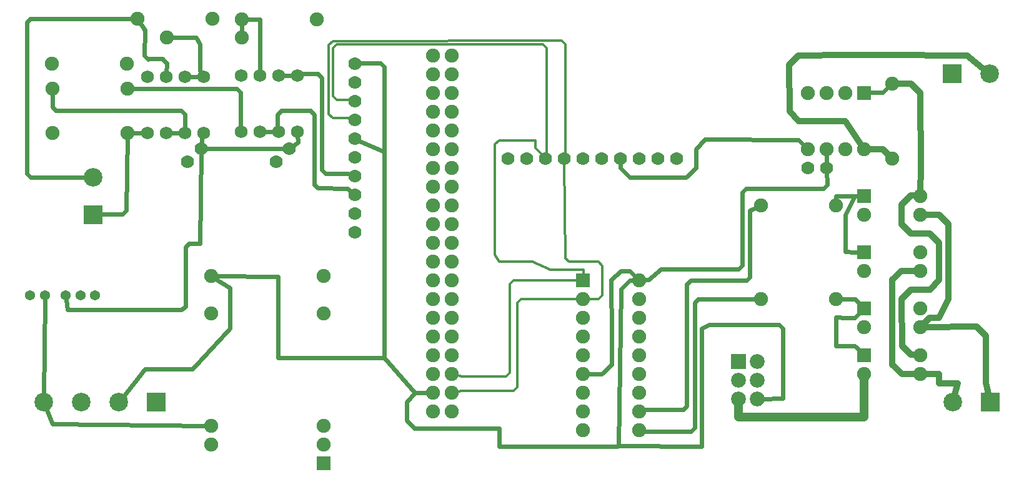
<source format=gtl>
G04 MADE WITH FRITZING*
G04 WWW.FRITZING.ORG*
G04 DOUBLE SIDED*
G04 HOLES PLATED*
G04 CONTOUR ON CENTER OF CONTOUR VECTOR*
%ASAXBY*%
%FSLAX23Y23*%
%MOIN*%
%OFA0B0*%
%SFA1.0B1.0*%
%ADD10C,0.079370*%
%ADD11C,0.075000*%
%ADD12C,0.053843*%
%ADD13C,0.068000*%
%ADD14C,0.070000*%
%ADD15C,0.075361*%
%ADD16C,0.099055*%
%ADD17R,0.079370X0.079370*%
%ADD18R,0.075000X0.075000*%
%ADD19R,0.099055X0.099055*%
%ADD20C,0.048000*%
%ADD21C,0.024000*%
%ADD22C,0.012000*%
%ADD23C,0.032000*%
%ADD24R,0.001000X0.001000*%
%LNCOPPER1*%
G90*
G70*
G54D10*
X3976Y641D03*
X3976Y541D03*
X3976Y441D03*
X3876Y641D03*
X3876Y541D03*
X3876Y441D03*
G54D11*
X1661Y95D03*
X1661Y195D03*
X1061Y195D03*
X1661Y295D03*
X1061Y295D03*
X1661Y895D03*
X1061Y895D03*
X1661Y1095D03*
X1061Y1095D03*
G54D12*
X96Y994D03*
X175Y994D03*
X285Y994D03*
X364Y994D03*
X443Y994D03*
G54D11*
X1624Y2465D03*
X1224Y2465D03*
X1224Y2371D03*
X824Y2371D03*
X213Y2229D03*
X613Y2229D03*
X614Y2096D03*
X214Y2096D03*
G54D13*
X1522Y2165D03*
X1422Y2165D03*
X1322Y2165D03*
X1222Y2165D03*
X1222Y1865D03*
X1322Y1865D03*
X1422Y1865D03*
X1522Y1865D03*
X1522Y2165D03*
X1422Y2165D03*
X1322Y2165D03*
X1222Y2165D03*
X1222Y1865D03*
X1322Y1865D03*
X1422Y1865D03*
X1522Y1865D03*
X1021Y2160D03*
X921Y2160D03*
X821Y2160D03*
X721Y2160D03*
X721Y1860D03*
X821Y1860D03*
X921Y1860D03*
X1021Y1860D03*
X1021Y2160D03*
X921Y2160D03*
X821Y2160D03*
X721Y2160D03*
X721Y1860D03*
X821Y1860D03*
X921Y1860D03*
X1021Y1860D03*
G54D11*
X1067Y2470D03*
X667Y2470D03*
X614Y1860D03*
X214Y1860D03*
G54D14*
X1409Y1705D03*
X1479Y1776D03*
X936Y1705D03*
X1007Y1776D03*
X1828Y1328D03*
X1828Y1428D03*
X1828Y1528D03*
X1828Y1628D03*
X1828Y1728D03*
X1828Y1828D03*
X1828Y1928D03*
X1828Y2028D03*
X1828Y2128D03*
X1828Y2228D03*
X3546Y1724D03*
X3446Y1724D03*
X3346Y1724D03*
X3246Y1724D03*
X3146Y1724D03*
X3046Y1724D03*
X2946Y1724D03*
X2846Y1724D03*
X2746Y1724D03*
X2646Y1724D03*
G54D11*
X4546Y2074D03*
X4546Y1774D03*
X4446Y2074D03*
X4446Y1774D03*
X4346Y2074D03*
X4346Y1774D03*
X4246Y2074D03*
X4246Y1774D03*
G54D14*
X4246Y1674D03*
X4346Y1674D03*
G54D15*
X2346Y374D03*
X2346Y474D03*
X2346Y574D03*
X2346Y674D03*
X2346Y774D03*
X2346Y874D03*
X2346Y974D03*
X2346Y1074D03*
X2346Y1174D03*
X2346Y1274D03*
X2346Y1374D03*
X2346Y1474D03*
X2346Y1574D03*
X2346Y1674D03*
X2346Y1774D03*
X2346Y1874D03*
X2346Y1974D03*
X2346Y2074D03*
X2346Y2174D03*
X2346Y2274D03*
X2246Y2274D03*
X2246Y2174D03*
X2246Y2074D03*
X2246Y1974D03*
X2246Y1874D03*
X2246Y1774D03*
X2246Y1674D03*
X2246Y1574D03*
X2246Y1474D03*
X2246Y1374D03*
X2246Y1274D03*
X2246Y1174D03*
X2246Y1074D03*
X2246Y974D03*
X2246Y874D03*
X2246Y774D03*
X2246Y674D03*
X2246Y574D03*
X2246Y474D03*
X2246Y374D03*
G54D16*
X5218Y423D03*
X5018Y423D03*
X769Y423D03*
X569Y423D03*
X369Y423D03*
X169Y423D03*
X431Y1424D03*
X431Y1624D03*
X5014Y2175D03*
X5214Y2175D03*
G54D11*
X4696Y2124D03*
X4696Y1724D03*
X4546Y674D03*
X4846Y674D03*
X4546Y574D03*
X4846Y574D03*
X4546Y1224D03*
X4846Y1224D03*
X4546Y1124D03*
X4846Y1124D03*
X4546Y1524D03*
X4846Y1524D03*
X4546Y1424D03*
X4846Y1424D03*
X4546Y924D03*
X4846Y924D03*
X4546Y824D03*
X4846Y824D03*
X3996Y974D03*
X4396Y974D03*
X3996Y1474D03*
X4396Y1474D03*
X3046Y1074D03*
X3046Y974D03*
X3046Y874D03*
X3046Y774D03*
X3046Y674D03*
X3046Y574D03*
X3046Y474D03*
X3046Y374D03*
X3046Y274D03*
X3346Y274D03*
X3346Y374D03*
X3346Y474D03*
X3346Y574D03*
X3346Y674D03*
X3346Y774D03*
X3346Y874D03*
X3346Y974D03*
X3346Y1074D03*
G54D17*
X3876Y641D03*
G54D18*
X1661Y95D03*
X4546Y2074D03*
G54D19*
X5218Y423D03*
X769Y423D03*
X431Y1424D03*
X5014Y2175D03*
G54D18*
X4546Y674D03*
X4546Y1224D03*
X4546Y1524D03*
X4546Y924D03*
X3046Y1074D03*
G54D20*
X3876Y344D02*
X3876Y421D01*
D02*
X4545Y344D02*
X3876Y344D01*
D02*
X4546Y557D02*
X4545Y344D01*
G54D21*
D02*
X4112Y816D02*
X4112Y442D01*
D02*
X4112Y442D02*
X3995Y441D01*
D02*
X4093Y837D02*
X4112Y816D01*
D02*
X3719Y837D02*
X4093Y837D01*
D02*
X3678Y816D02*
X3719Y837D01*
D02*
X3678Y187D02*
X3678Y816D01*
D02*
X3236Y189D02*
X3678Y187D01*
D02*
X169Y452D02*
X175Y971D01*
D02*
X1986Y1761D02*
X1846Y1820D01*
G54D22*
D02*
X2852Y1761D02*
X2852Y2313D01*
D02*
X2950Y1761D02*
X2950Y2333D01*
G54D21*
D02*
X1632Y1565D02*
X1611Y1584D01*
D02*
X1593Y1979D02*
X1435Y1979D01*
D02*
X1435Y1979D02*
X1415Y1957D01*
D02*
X1415Y1899D02*
X1419Y1880D01*
D02*
X1553Y2175D02*
X1538Y2170D01*
D02*
X1632Y2175D02*
X1553Y2175D01*
G54D22*
D02*
X1712Y1940D02*
X1789Y1939D01*
D02*
X1730Y2037D02*
X1790Y2036D01*
D02*
X1712Y2350D02*
X1689Y2331D01*
G54D21*
D02*
X1986Y1761D02*
X1985Y2214D01*
D02*
X1986Y660D02*
X1986Y1761D01*
G54D22*
D02*
X2852Y2313D02*
X2833Y2333D01*
D02*
X2950Y2333D02*
X2930Y2353D01*
G54D21*
D02*
X668Y1860D02*
X705Y1860D01*
D02*
X1464Y1776D02*
X1022Y1776D01*
G54D22*
D02*
X1730Y2332D02*
X1710Y2312D01*
G54D21*
D02*
X632Y1860D02*
X668Y1860D01*
D02*
X1611Y1584D02*
X1612Y1957D01*
D02*
X1612Y1957D02*
X1593Y1979D01*
D02*
X1789Y1643D02*
X1671Y1644D01*
D02*
X1671Y1644D02*
X1652Y1663D01*
D02*
X1789Y1564D02*
X1632Y1565D01*
D02*
X1415Y1957D02*
X1415Y1899D01*
D02*
X1814Y1541D02*
X1789Y1564D01*
D02*
X1652Y1663D02*
X1652Y2154D01*
D02*
X1652Y2154D02*
X1632Y2175D01*
D02*
X1810Y1635D02*
X1789Y1643D01*
D02*
X1849Y2233D02*
X1847Y2233D01*
D02*
X1966Y2233D02*
X1849Y2233D01*
G54D22*
D02*
X1790Y2036D02*
X1809Y2032D01*
D02*
X1789Y1939D02*
X1809Y1934D01*
D02*
X2930Y2353D02*
X1712Y2350D01*
D02*
X1689Y2331D02*
X1689Y1959D01*
D02*
X1689Y1959D02*
X1712Y1940D01*
D02*
X2948Y1744D02*
X2950Y1761D01*
G54D21*
D02*
X1985Y2214D02*
X1966Y2233D01*
D02*
X2147Y473D02*
X1986Y660D01*
G54D22*
D02*
X2833Y2333D02*
X1730Y2332D01*
D02*
X1710Y2312D02*
X1710Y2057D01*
D02*
X1710Y2057D02*
X1730Y2037D01*
D02*
X2849Y1744D02*
X2852Y1761D01*
G54D21*
D02*
X943Y1270D02*
X924Y1250D01*
D02*
X924Y934D02*
X903Y915D01*
D02*
X608Y1446D02*
X588Y1427D01*
D02*
X470Y1427D02*
X460Y1426D01*
D02*
X77Y2451D02*
X77Y1644D01*
D02*
X214Y307D02*
X1043Y295D01*
D02*
X179Y395D02*
X214Y307D01*
D02*
X707Y600D02*
X960Y600D01*
D02*
X960Y600D02*
X1161Y816D01*
D02*
X1161Y1033D02*
X1076Y1086D01*
D02*
X1161Y816D02*
X1161Y1033D01*
D02*
X587Y446D02*
X707Y600D01*
D02*
X924Y1250D02*
X924Y934D01*
D02*
X294Y915D02*
X288Y971D01*
D02*
X1001Y1270D02*
X943Y1270D01*
D02*
X588Y1427D02*
X470Y1427D01*
D02*
X614Y1842D02*
X608Y1446D01*
D02*
X97Y1624D02*
X401Y1624D01*
D02*
X1007Y1761D02*
X1001Y1270D01*
D02*
X77Y1644D02*
X97Y1624D01*
D02*
X96Y2470D02*
X77Y2451D01*
D02*
X650Y2470D02*
X96Y2470D01*
D02*
X765Y915D02*
X294Y915D01*
D02*
X903Y915D02*
X765Y915D01*
D02*
X4348Y1584D02*
X4346Y1659D01*
D02*
X4329Y1564D02*
X4348Y1584D01*
D02*
X3915Y1564D02*
X4329Y1564D01*
D02*
X3895Y1152D02*
X3895Y1544D01*
D02*
X3895Y1544D02*
X3915Y1564D01*
D02*
X3876Y1132D02*
X3895Y1152D01*
D02*
X3463Y1132D02*
X3876Y1132D01*
D02*
X3363Y1074D02*
X3395Y1075D01*
D02*
X3395Y1075D02*
X3463Y1132D01*
D02*
X4446Y1226D02*
X4496Y1224D01*
D02*
X4496Y1224D02*
X4528Y1224D01*
D02*
X4445Y1374D02*
X4446Y1226D01*
D02*
X4396Y1492D02*
X4396Y1523D01*
D02*
X4396Y1523D02*
X4528Y1524D01*
D02*
X4496Y874D02*
X4534Y912D01*
D02*
X4496Y724D02*
X4396Y724D01*
D02*
X4445Y1424D02*
X4445Y1374D01*
D02*
X4496Y1524D02*
X4445Y1424D01*
D02*
X3295Y1074D02*
X3328Y1074D01*
D02*
X3620Y1072D02*
X3599Y1053D01*
D02*
X3659Y974D02*
X3640Y954D01*
D02*
X3384Y265D02*
X3363Y270D01*
D02*
X3620Y265D02*
X3384Y265D01*
D02*
X3384Y383D02*
X3363Y378D01*
D02*
X3581Y383D02*
X3384Y383D01*
D02*
X3599Y403D02*
X3581Y383D01*
D02*
X3640Y285D02*
X3620Y265D01*
D02*
X3247Y1026D02*
X3295Y1074D01*
D02*
X3236Y189D02*
X3247Y1026D01*
D02*
X3978Y974D02*
X3659Y974D01*
D02*
X3640Y954D02*
X3640Y285D01*
D02*
X3936Y1446D02*
X3936Y1091D01*
D02*
X3936Y1091D02*
X3917Y1072D01*
D02*
X3917Y1072D02*
X3620Y1072D01*
D02*
X3980Y1467D02*
X3936Y1445D01*
D02*
X3599Y1053D02*
X3599Y403D01*
D02*
X4396Y724D02*
X4396Y876D01*
D02*
X4534Y687D02*
X4496Y724D01*
D02*
X4447Y874D02*
X4496Y874D01*
D02*
X4396Y876D02*
X4447Y874D01*
D02*
X4528Y1524D02*
X4496Y1524D01*
G54D23*
D02*
X4946Y874D02*
X4896Y874D01*
D02*
X4946Y1424D02*
X4996Y1374D01*
G54D22*
D02*
X2655Y580D02*
X2655Y1052D01*
D02*
X2675Y482D02*
X2695Y502D01*
D02*
X2715Y974D02*
X3028Y974D01*
D02*
X2675Y1072D02*
X3028Y1074D01*
G54D21*
D02*
X3227Y186D02*
X3236Y189D01*
G54D22*
D02*
X2655Y1052D02*
X2675Y1072D01*
D02*
X2695Y502D02*
X2695Y954D01*
G54D23*
D02*
X5046Y524D02*
X5026Y451D01*
D02*
X4996Y1374D02*
X4996Y974D01*
D02*
X4896Y874D02*
X4858Y837D01*
D02*
X4996Y974D02*
X4946Y874D01*
D02*
X4863Y1424D02*
X4946Y1424D01*
D02*
X4945Y524D02*
X5046Y524D01*
D02*
X4945Y574D02*
X4945Y524D01*
D02*
X4863Y574D02*
X4945Y574D01*
G54D22*
D02*
X2399Y560D02*
X2636Y560D01*
D02*
X2365Y569D02*
X2399Y560D01*
D02*
X2636Y560D02*
X2655Y580D01*
D02*
X2399Y482D02*
X2675Y482D01*
D02*
X2366Y477D02*
X2399Y482D01*
D02*
X2695Y954D02*
X2715Y974D01*
G54D21*
D02*
X2597Y186D02*
X3227Y186D01*
D02*
X2597Y284D02*
X2597Y186D01*
D02*
X2144Y284D02*
X2597Y284D01*
D02*
X2104Y325D02*
X2144Y284D01*
D02*
X1219Y1899D02*
X1221Y1881D01*
D02*
X1219Y2076D02*
X1219Y1899D01*
D02*
X1198Y2097D02*
X1219Y2076D01*
D02*
X2226Y474D02*
X2147Y473D01*
D02*
X2104Y424D02*
X2104Y325D01*
D02*
X2147Y473D02*
X2104Y424D01*
D02*
X632Y2096D02*
X1198Y2097D01*
D02*
X1406Y1865D02*
X1338Y1865D01*
D02*
X1506Y2165D02*
X1438Y2165D01*
D02*
X1321Y2465D02*
X1241Y2465D01*
D02*
X1321Y2249D02*
X1321Y2465D01*
D02*
X1322Y2181D02*
X1321Y2249D01*
D02*
X1224Y2447D02*
X1224Y2389D01*
D02*
X1001Y2194D02*
X1013Y2173D01*
D02*
X1001Y2333D02*
X1001Y2194D01*
D02*
X982Y2371D02*
X1001Y2333D01*
D02*
X842Y2371D02*
X982Y2371D01*
G54D23*
D02*
X4795Y1024D02*
X4897Y1024D01*
G54D21*
D02*
X233Y1978D02*
X903Y1978D01*
G54D23*
D02*
X4795Y675D02*
X4747Y723D01*
G54D21*
D02*
X903Y1978D02*
X923Y1958D01*
G54D23*
D02*
X4747Y574D02*
X4828Y574D01*
G54D21*
D02*
X923Y1899D02*
X922Y1876D01*
D02*
X923Y1958D02*
X923Y1899D01*
G54D23*
D02*
X4746Y1124D02*
X4696Y1075D01*
D02*
X4946Y1075D02*
X4946Y1274D01*
G54D21*
D02*
X215Y1998D02*
X233Y1978D01*
D02*
X214Y2078D02*
X215Y1998D01*
G54D23*
D02*
X4796Y1324D02*
X4746Y1374D01*
D02*
X4796Y1525D02*
X4828Y1525D01*
D02*
X4747Y723D02*
X4746Y974D01*
D02*
X4746Y974D02*
X4795Y1024D01*
D02*
X4897Y1024D02*
X4946Y1075D01*
D02*
X4896Y1324D02*
X4796Y1324D01*
D02*
X4946Y1274D02*
X4896Y1324D01*
D02*
X4746Y1374D02*
X4746Y1475D01*
D02*
X4828Y674D02*
X4795Y675D01*
G54D21*
D02*
X706Y2273D02*
X725Y2254D01*
D02*
X707Y2411D02*
X706Y2273D01*
G54D23*
D02*
X4746Y1475D02*
X4796Y1525D01*
D02*
X4695Y623D02*
X4747Y574D01*
D02*
X4828Y1124D02*
X4746Y1124D01*
D02*
X4696Y1075D02*
X4695Y623D01*
G54D21*
D02*
X3197Y624D02*
X3146Y574D01*
D02*
X3247Y1123D02*
X3195Y1075D01*
D02*
X3295Y1123D02*
X3247Y1123D01*
D02*
X3346Y1074D02*
X3295Y1123D01*
D02*
X3197Y775D02*
X3197Y673D01*
G54D22*
D02*
X2872Y1131D02*
X2774Y1172D01*
D02*
X2793Y1781D02*
X2832Y1739D01*
D02*
X2597Y1821D02*
X2793Y1821D01*
D02*
X2597Y1172D02*
X2576Y1209D01*
D02*
X2576Y1209D02*
X2576Y1800D01*
D02*
X2793Y1821D02*
X2793Y1781D01*
D02*
X2576Y1800D02*
X2597Y1821D01*
D02*
X2774Y1172D02*
X2597Y1172D01*
D02*
X3049Y1131D02*
X2872Y1131D01*
D02*
X3047Y1092D02*
X3049Y1131D01*
G54D21*
D02*
X905Y1860D02*
X837Y1860D01*
D02*
X937Y2160D02*
X1005Y2160D01*
D02*
X3195Y1075D02*
X3197Y775D01*
D02*
X3146Y574D02*
X3063Y574D01*
D02*
X3197Y673D02*
X3197Y624D01*
D02*
X825Y2234D02*
X822Y2176D01*
D02*
X803Y2254D02*
X825Y2234D01*
D02*
X1524Y1810D02*
X1523Y1849D01*
G54D22*
D02*
X3147Y1150D02*
X3128Y1172D01*
G54D21*
D02*
X1013Y1830D02*
X1009Y1791D01*
G54D22*
D02*
X2951Y1191D02*
X2946Y1705D01*
G54D21*
D02*
X1017Y1844D02*
X1013Y1830D01*
G54D22*
D02*
X2970Y1172D02*
X2951Y1191D01*
G54D21*
D02*
X1491Y1785D02*
X1524Y1810D01*
G54D22*
D02*
X3128Y1172D02*
X2970Y1172D01*
D02*
X3148Y993D02*
X3147Y1150D01*
D02*
X3128Y973D02*
X3148Y993D01*
D02*
X3063Y974D02*
X3128Y973D01*
G54D21*
D02*
X4645Y2076D02*
X4563Y2075D01*
D02*
X4346Y1757D02*
X4346Y1689D01*
D02*
X3296Y1623D02*
X3246Y1673D01*
D02*
X3246Y1673D02*
X3246Y1705D01*
D02*
X3595Y1623D02*
X3296Y1623D01*
D02*
X3647Y1674D02*
X3595Y1623D01*
D02*
X3647Y1773D02*
X3647Y1674D01*
D02*
X3694Y1825D02*
X3647Y1773D01*
D02*
X4194Y1824D02*
X3694Y1825D01*
D02*
X4233Y1786D02*
X4194Y1824D01*
D02*
X4683Y2112D02*
X4645Y2076D01*
G54D23*
D02*
X4796Y2124D02*
X4713Y2124D01*
D02*
X4846Y2074D02*
X4796Y2124D01*
D02*
X4846Y1542D02*
X4847Y1675D01*
D02*
X4847Y1675D02*
X4846Y2074D01*
G54D21*
D02*
X4645Y1774D02*
X4563Y1774D01*
D02*
X4683Y1737D02*
X4645Y1774D01*
G54D23*
D02*
X4646Y1774D02*
X4683Y1737D01*
D02*
X4196Y1924D02*
X4446Y1924D01*
D02*
X4446Y1924D02*
X4546Y1774D01*
D02*
X4546Y1774D02*
X4646Y1774D01*
D02*
X4147Y1975D02*
X4196Y1924D01*
D02*
X4146Y2224D02*
X4147Y1975D01*
D02*
X4645Y2275D02*
X4446Y2275D01*
D02*
X4195Y2273D02*
X4146Y2224D01*
D02*
X4446Y2275D02*
X4195Y2273D01*
D02*
X5096Y2274D02*
X4645Y2275D01*
D02*
X5192Y2194D02*
X5096Y2274D01*
G54D21*
D02*
X4497Y973D02*
X4413Y974D01*
D02*
X4533Y937D02*
X4497Y973D01*
G54D23*
D02*
X5146Y825D02*
X4863Y824D01*
D02*
X5196Y775D02*
X5146Y825D01*
D02*
X5195Y526D02*
X5196Y775D01*
D02*
X5211Y452D02*
X5195Y526D01*
G54D21*
D02*
X1986Y660D02*
X1417Y660D01*
D02*
X1417Y1093D02*
X1078Y1095D01*
D02*
X1417Y660D02*
X1417Y1093D01*
G54D24*
X664Y2481D02*
X671Y2481D01*
X662Y2480D02*
X673Y2480D01*
X660Y2479D02*
X675Y2479D01*
X659Y2478D02*
X676Y2478D01*
X659Y2477D02*
X677Y2477D01*
X658Y2476D02*
X677Y2476D01*
X657Y2475D02*
X678Y2475D01*
X657Y2474D02*
X679Y2474D01*
X657Y2473D02*
X679Y2473D01*
X656Y2472D02*
X680Y2472D01*
X656Y2471D02*
X681Y2471D01*
X656Y2470D02*
X681Y2470D01*
X656Y2469D02*
X682Y2469D01*
X656Y2468D02*
X683Y2468D01*
X656Y2467D02*
X683Y2467D01*
X657Y2466D02*
X684Y2466D01*
X657Y2465D02*
X685Y2465D01*
X658Y2464D02*
X685Y2464D01*
X658Y2463D02*
X686Y2463D01*
X659Y2462D02*
X687Y2462D01*
X660Y2461D02*
X688Y2461D01*
X660Y2460D02*
X688Y2460D01*
X661Y2459D02*
X689Y2459D01*
X662Y2458D02*
X690Y2458D01*
X662Y2457D02*
X690Y2457D01*
X663Y2456D02*
X691Y2456D01*
X664Y2455D02*
X692Y2455D01*
X664Y2454D02*
X692Y2454D01*
X665Y2453D02*
X693Y2453D01*
X666Y2452D02*
X694Y2452D01*
X666Y2451D02*
X694Y2451D01*
X667Y2450D02*
X695Y2450D01*
X668Y2449D02*
X696Y2449D01*
X668Y2448D02*
X696Y2448D01*
X669Y2447D02*
X697Y2447D01*
X670Y2446D02*
X698Y2446D01*
X670Y2445D02*
X698Y2445D01*
X671Y2444D02*
X699Y2444D01*
X672Y2443D02*
X700Y2443D01*
X672Y2442D02*
X700Y2442D01*
X673Y2441D02*
X701Y2441D01*
X674Y2440D02*
X702Y2440D01*
X674Y2439D02*
X702Y2439D01*
X675Y2438D02*
X703Y2438D01*
X676Y2437D02*
X704Y2437D01*
X676Y2436D02*
X704Y2436D01*
X677Y2435D02*
X705Y2435D01*
X678Y2434D02*
X706Y2434D01*
X678Y2433D02*
X706Y2433D01*
X679Y2432D02*
X707Y2432D01*
X680Y2431D02*
X708Y2431D01*
X680Y2430D02*
X708Y2430D01*
X681Y2429D02*
X709Y2429D01*
X682Y2428D02*
X710Y2428D01*
X682Y2427D02*
X710Y2427D01*
X683Y2426D02*
X711Y2426D01*
X684Y2425D02*
X712Y2425D01*
X685Y2424D02*
X712Y2424D01*
X685Y2423D02*
X713Y2423D01*
X686Y2422D02*
X714Y2422D01*
X687Y2421D02*
X714Y2421D01*
X687Y2420D02*
X715Y2420D01*
X688Y2419D02*
X716Y2419D01*
X689Y2418D02*
X717Y2418D01*
X689Y2417D02*
X717Y2417D01*
X690Y2416D02*
X718Y2416D01*
X691Y2415D02*
X718Y2415D01*
X691Y2414D02*
X718Y2414D01*
X692Y2413D02*
X719Y2413D01*
X693Y2412D02*
X719Y2412D01*
X693Y2411D02*
X719Y2411D01*
X694Y2410D02*
X719Y2410D01*
X695Y2409D02*
X718Y2409D01*
X695Y2408D02*
X718Y2408D01*
X696Y2407D02*
X718Y2407D01*
X697Y2406D02*
X718Y2406D01*
X697Y2405D02*
X717Y2405D01*
X698Y2404D02*
X716Y2404D01*
X699Y2403D02*
X716Y2403D01*
X700Y2402D02*
X714Y2402D01*
X701Y2401D02*
X713Y2401D01*
X703Y2400D02*
X711Y2400D01*
X722Y2265D02*
X808Y2265D01*
X720Y2264D02*
X810Y2264D01*
X719Y2263D02*
X811Y2263D01*
X718Y2262D02*
X812Y2262D01*
X717Y2261D02*
X813Y2261D01*
X716Y2260D02*
X814Y2260D01*
X716Y2259D02*
X814Y2259D01*
X715Y2258D02*
X815Y2258D01*
X715Y2257D02*
X815Y2257D01*
X715Y2256D02*
X815Y2256D01*
X715Y2255D02*
X815Y2255D01*
X714Y2254D02*
X815Y2254D01*
X715Y2253D02*
X815Y2253D01*
X715Y2252D02*
X815Y2252D01*
X715Y2251D02*
X815Y2251D01*
X715Y2250D02*
X815Y2250D01*
X716Y2249D02*
X814Y2249D01*
X716Y2248D02*
X814Y2248D01*
X717Y2247D02*
X813Y2247D01*
X718Y2246D02*
X812Y2246D01*
X719Y2245D02*
X811Y2245D01*
X720Y2244D02*
X810Y2244D01*
X722Y2243D02*
X808Y2243D01*
X726Y2242D02*
X805Y2242D01*
X91Y1018D02*
X102Y1018D01*
X170Y1018D02*
X181Y1018D01*
X280Y1018D02*
X291Y1018D01*
X359Y1018D02*
X370Y1018D01*
X437Y1018D02*
X449Y1018D01*
X88Y1017D02*
X106Y1017D01*
X167Y1017D02*
X184Y1017D01*
X277Y1017D02*
X294Y1017D01*
X356Y1017D02*
X373Y1017D01*
X434Y1017D02*
X452Y1017D01*
X86Y1016D02*
X108Y1016D01*
X165Y1016D02*
X186Y1016D01*
X275Y1016D02*
X296Y1016D01*
X354Y1016D02*
X375Y1016D01*
X432Y1016D02*
X454Y1016D01*
X84Y1015D02*
X109Y1015D01*
X163Y1015D02*
X188Y1015D01*
X273Y1015D02*
X298Y1015D01*
X352Y1015D02*
X377Y1015D01*
X431Y1015D02*
X456Y1015D01*
X83Y1014D02*
X111Y1014D01*
X161Y1014D02*
X190Y1014D01*
X272Y1014D02*
X300Y1014D01*
X350Y1014D02*
X379Y1014D01*
X429Y1014D02*
X457Y1014D01*
X81Y1013D02*
X112Y1013D01*
X160Y1013D02*
X191Y1013D01*
X270Y1013D02*
X301Y1013D01*
X349Y1013D02*
X380Y1013D01*
X428Y1013D02*
X459Y1013D01*
X80Y1012D02*
X113Y1012D01*
X159Y1012D02*
X192Y1012D01*
X269Y1012D02*
X302Y1012D01*
X348Y1012D02*
X381Y1012D01*
X427Y1012D02*
X460Y1012D01*
X79Y1011D02*
X114Y1011D01*
X158Y1011D02*
X193Y1011D01*
X268Y1011D02*
X303Y1011D01*
X347Y1011D02*
X382Y1011D01*
X426Y1011D02*
X461Y1011D01*
X78Y1010D02*
X115Y1010D01*
X157Y1010D02*
X194Y1010D01*
X267Y1010D02*
X304Y1010D01*
X346Y1010D02*
X383Y1010D01*
X425Y1010D02*
X462Y1010D01*
X78Y1009D02*
X116Y1009D01*
X156Y1009D02*
X195Y1009D01*
X266Y1009D02*
X305Y1009D01*
X345Y1009D02*
X384Y1009D01*
X424Y1009D02*
X462Y1009D01*
X77Y1008D02*
X92Y1008D01*
X102Y1008D02*
X117Y1008D01*
X155Y1008D02*
X170Y1008D01*
X181Y1008D02*
X196Y1008D01*
X266Y1008D02*
X281Y1008D01*
X291Y1008D02*
X306Y1008D01*
X344Y1008D02*
X359Y1008D01*
X370Y1008D02*
X384Y1008D01*
X423Y1008D02*
X438Y1008D01*
X449Y1008D02*
X463Y1008D01*
X76Y1007D02*
X89Y1007D01*
X104Y1007D02*
X117Y1007D01*
X155Y1007D02*
X168Y1007D01*
X183Y1007D02*
X196Y1007D01*
X265Y1007D02*
X278Y1007D01*
X293Y1007D02*
X306Y1007D01*
X344Y1007D02*
X357Y1007D01*
X372Y1007D02*
X385Y1007D01*
X423Y1007D02*
X436Y1007D01*
X451Y1007D02*
X464Y1007D01*
X76Y1006D02*
X88Y1006D01*
X106Y1006D02*
X118Y1006D01*
X154Y1006D02*
X166Y1006D01*
X185Y1006D02*
X197Y1006D01*
X265Y1006D02*
X277Y1006D01*
X295Y1006D02*
X307Y1006D01*
X343Y1006D02*
X355Y1006D01*
X374Y1006D02*
X386Y1006D01*
X422Y1006D02*
X434Y1006D01*
X452Y1006D02*
X464Y1006D01*
X75Y1005D02*
X86Y1005D01*
X107Y1005D02*
X118Y1005D01*
X154Y1005D02*
X165Y1005D01*
X186Y1005D02*
X197Y1005D01*
X264Y1005D02*
X275Y1005D01*
X296Y1005D02*
X307Y1005D01*
X343Y1005D02*
X354Y1005D01*
X375Y1005D02*
X386Y1005D01*
X421Y1005D02*
X433Y1005D01*
X454Y1005D02*
X465Y1005D01*
X74Y1004D02*
X85Y1004D01*
X108Y1004D02*
X119Y1004D01*
X153Y1004D02*
X164Y1004D01*
X187Y1004D02*
X198Y1004D01*
X263Y1004D02*
X274Y1004D01*
X297Y1004D02*
X308Y1004D01*
X342Y1004D02*
X353Y1004D01*
X376Y1004D02*
X387Y1004D01*
X421Y1004D02*
X432Y1004D01*
X455Y1004D02*
X465Y1004D01*
X74Y1003D02*
X85Y1003D01*
X109Y1003D02*
X119Y1003D01*
X153Y1003D02*
X163Y1003D01*
X188Y1003D02*
X198Y1003D01*
X263Y1003D02*
X274Y1003D01*
X298Y1003D02*
X308Y1003D01*
X342Y1003D02*
X352Y1003D01*
X377Y1003D02*
X387Y1003D01*
X420Y1003D02*
X431Y1003D01*
X456Y1003D02*
X466Y1003D01*
X74Y1002D02*
X84Y1002D01*
X110Y1002D02*
X120Y1002D01*
X152Y1002D02*
X163Y1002D01*
X189Y1002D02*
X199Y1002D01*
X263Y1002D02*
X273Y1002D01*
X299Y1002D02*
X309Y1002D01*
X341Y1002D02*
X352Y1002D01*
X378Y1002D02*
X388Y1002D01*
X420Y1002D02*
X430Y1002D01*
X456Y1002D02*
X466Y1002D01*
X73Y1001D02*
X83Y1001D01*
X110Y1001D02*
X120Y1001D01*
X152Y1001D02*
X162Y1001D01*
X189Y1001D02*
X199Y1001D01*
X262Y1001D02*
X272Y1001D01*
X299Y1001D02*
X309Y1001D01*
X341Y1001D02*
X351Y1001D01*
X378Y1001D02*
X388Y1001D01*
X420Y1001D02*
X430Y1001D01*
X457Y1001D02*
X467Y1001D01*
X73Y1000D02*
X83Y1000D01*
X111Y1000D02*
X120Y1000D01*
X152Y1000D02*
X161Y1000D01*
X190Y1000D02*
X199Y1000D01*
X262Y1000D02*
X272Y1000D01*
X300Y1000D02*
X309Y1000D01*
X341Y1000D02*
X350Y1000D01*
X379Y1000D02*
X388Y1000D01*
X420Y1000D02*
X429Y1000D01*
X457Y1000D02*
X467Y1000D01*
X73Y999D02*
X82Y999D01*
X111Y999D02*
X121Y999D01*
X152Y999D02*
X161Y999D01*
X190Y999D02*
X199Y999D01*
X262Y999D02*
X271Y999D01*
X300Y999D02*
X310Y999D01*
X341Y999D02*
X350Y999D01*
X379Y999D02*
X388Y999D01*
X419Y999D02*
X429Y999D01*
X458Y999D02*
X467Y999D01*
X73Y998D02*
X82Y998D01*
X112Y998D02*
X121Y998D01*
X151Y998D02*
X161Y998D01*
X190Y998D02*
X200Y998D01*
X262Y998D02*
X271Y998D01*
X301Y998D02*
X310Y998D01*
X340Y998D02*
X350Y998D01*
X379Y998D02*
X389Y998D01*
X419Y998D02*
X428Y998D01*
X458Y998D02*
X467Y998D01*
X72Y997D02*
X82Y997D01*
X112Y997D02*
X121Y997D01*
X151Y997D02*
X160Y997D01*
X191Y997D02*
X200Y997D01*
X261Y997D02*
X271Y997D01*
X301Y997D02*
X310Y997D01*
X340Y997D02*
X349Y997D01*
X380Y997D02*
X389Y997D01*
X419Y997D02*
X428Y997D01*
X458Y997D02*
X467Y997D01*
X72Y996D02*
X82Y996D01*
X112Y996D02*
X121Y996D01*
X151Y996D02*
X160Y996D01*
X191Y996D02*
X200Y996D01*
X261Y996D02*
X271Y996D01*
X301Y996D02*
X310Y996D01*
X340Y996D02*
X349Y996D01*
X380Y996D02*
X389Y996D01*
X419Y996D02*
X428Y996D01*
X459Y996D02*
X468Y996D01*
X72Y995D02*
X81Y995D01*
X112Y995D02*
X121Y995D01*
X151Y995D02*
X160Y995D01*
X191Y995D02*
X200Y995D01*
X261Y995D02*
X270Y995D01*
X301Y995D02*
X310Y995D01*
X340Y995D02*
X349Y995D01*
X380Y995D02*
X389Y995D01*
X419Y995D02*
X428Y995D01*
X459Y995D02*
X468Y995D01*
X72Y994D02*
X81Y994D01*
X112Y994D02*
X121Y994D01*
X151Y994D02*
X160Y994D01*
X191Y994D02*
X200Y994D01*
X261Y994D02*
X270Y994D01*
X301Y994D02*
X310Y994D01*
X340Y994D02*
X349Y994D01*
X380Y994D02*
X389Y994D01*
X419Y994D02*
X428Y994D01*
X459Y994D02*
X468Y994D01*
X72Y993D02*
X81Y993D01*
X112Y993D02*
X121Y993D01*
X151Y993D02*
X160Y993D01*
X191Y993D02*
X200Y993D01*
X261Y993D02*
X270Y993D01*
X301Y993D02*
X310Y993D01*
X340Y993D02*
X349Y993D01*
X380Y993D02*
X389Y993D01*
X419Y993D02*
X428Y993D01*
X459Y993D02*
X468Y993D01*
X72Y992D02*
X82Y992D01*
X112Y992D02*
X121Y992D01*
X151Y992D02*
X160Y992D01*
X191Y992D02*
X200Y992D01*
X261Y992D02*
X270Y992D01*
X301Y992D02*
X310Y992D01*
X340Y992D02*
X349Y992D01*
X380Y992D02*
X389Y992D01*
X419Y992D02*
X428Y992D01*
X459Y992D02*
X468Y992D01*
X72Y991D02*
X82Y991D01*
X112Y991D02*
X121Y991D01*
X151Y991D02*
X160Y991D01*
X191Y991D02*
X200Y991D01*
X261Y991D02*
X271Y991D01*
X301Y991D02*
X310Y991D01*
X340Y991D02*
X349Y991D01*
X380Y991D02*
X389Y991D01*
X419Y991D02*
X428Y991D01*
X458Y991D02*
X467Y991D01*
X73Y990D02*
X82Y990D01*
X112Y990D02*
X121Y990D01*
X151Y990D02*
X161Y990D01*
X191Y990D02*
X200Y990D01*
X262Y990D02*
X271Y990D01*
X301Y990D02*
X310Y990D01*
X340Y990D02*
X350Y990D01*
X379Y990D02*
X389Y990D01*
X419Y990D02*
X428Y990D01*
X458Y990D02*
X467Y990D01*
X73Y989D02*
X82Y989D01*
X111Y989D02*
X121Y989D01*
X151Y989D02*
X161Y989D01*
X190Y989D02*
X199Y989D01*
X262Y989D02*
X271Y989D01*
X300Y989D02*
X310Y989D01*
X340Y989D02*
X350Y989D01*
X379Y989D02*
X388Y989D01*
X419Y989D02*
X429Y989D01*
X458Y989D02*
X467Y989D01*
X73Y988D02*
X83Y988D01*
X111Y988D02*
X120Y988D01*
X152Y988D02*
X161Y988D01*
X190Y988D02*
X199Y988D01*
X262Y988D02*
X271Y988D01*
X300Y988D02*
X309Y988D01*
X341Y988D02*
X350Y988D01*
X379Y988D02*
X388Y988D01*
X419Y988D02*
X429Y988D01*
X458Y988D02*
X467Y988D01*
X73Y987D02*
X83Y987D01*
X111Y987D02*
X120Y987D01*
X152Y987D02*
X162Y987D01*
X189Y987D02*
X199Y987D01*
X262Y987D02*
X272Y987D01*
X300Y987D02*
X309Y987D01*
X341Y987D02*
X351Y987D01*
X378Y987D02*
X388Y987D01*
X420Y987D02*
X429Y987D01*
X457Y987D02*
X467Y987D01*
X74Y986D02*
X84Y986D01*
X110Y986D02*
X120Y986D01*
X152Y986D02*
X162Y986D01*
X189Y986D02*
X199Y986D01*
X263Y986D02*
X273Y986D01*
X299Y986D02*
X309Y986D01*
X341Y986D02*
X351Y986D01*
X378Y986D02*
X388Y986D01*
X420Y986D02*
X430Y986D01*
X457Y986D02*
X466Y986D01*
X74Y985D02*
X84Y985D01*
X109Y985D02*
X120Y985D01*
X153Y985D02*
X163Y985D01*
X188Y985D02*
X198Y985D01*
X263Y985D02*
X273Y985D01*
X298Y985D02*
X309Y985D01*
X342Y985D02*
X352Y985D01*
X377Y985D02*
X387Y985D01*
X420Y985D02*
X431Y985D01*
X456Y985D02*
X466Y985D01*
X74Y984D02*
X85Y984D01*
X109Y984D02*
X119Y984D01*
X153Y984D02*
X164Y984D01*
X187Y984D02*
X198Y984D01*
X263Y984D02*
X274Y984D01*
X298Y984D02*
X308Y984D01*
X342Y984D02*
X353Y984D01*
X376Y984D02*
X387Y984D01*
X421Y984D02*
X431Y984D01*
X455Y984D02*
X466Y984D01*
X75Y983D02*
X86Y983D01*
X108Y983D02*
X119Y983D01*
X154Y983D02*
X165Y983D01*
X186Y983D02*
X197Y983D01*
X264Y983D02*
X275Y983D01*
X297Y983D02*
X308Y983D01*
X343Y983D02*
X354Y983D01*
X375Y983D02*
X386Y983D01*
X421Y983D02*
X432Y983D01*
X454Y983D02*
X465Y983D01*
X75Y982D02*
X87Y982D01*
X107Y982D02*
X118Y982D01*
X154Y982D02*
X166Y982D01*
X185Y982D02*
X197Y982D01*
X264Y982D02*
X276Y982D01*
X296Y982D02*
X307Y982D01*
X343Y982D02*
X355Y982D01*
X374Y982D02*
X386Y982D01*
X422Y982D02*
X434Y982D01*
X453Y982D02*
X465Y982D01*
X76Y981D02*
X89Y981D01*
X105Y981D02*
X118Y981D01*
X155Y981D02*
X167Y981D01*
X184Y981D02*
X196Y981D01*
X265Y981D02*
X277Y981D01*
X294Y981D02*
X306Y981D01*
X344Y981D02*
X356Y981D01*
X373Y981D02*
X385Y981D01*
X422Y981D02*
X435Y981D01*
X452Y981D02*
X464Y981D01*
X77Y980D02*
X90Y980D01*
X103Y980D02*
X117Y980D01*
X155Y980D02*
X169Y980D01*
X182Y980D02*
X196Y980D01*
X265Y980D02*
X279Y980D01*
X292Y980D02*
X306Y980D01*
X344Y980D02*
X358Y980D01*
X371Y980D02*
X385Y980D01*
X423Y980D02*
X437Y980D01*
X450Y980D02*
X463Y980D01*
X77Y979D02*
X94Y979D01*
X100Y979D02*
X116Y979D01*
X156Y979D02*
X173Y979D01*
X179Y979D02*
X195Y979D01*
X266Y979D02*
X283Y979D01*
X289Y979D02*
X305Y979D01*
X345Y979D02*
X361Y979D01*
X368Y979D02*
X384Y979D01*
X424Y979D02*
X440Y979D01*
X446Y979D02*
X463Y979D01*
X78Y978D02*
X115Y978D01*
X157Y978D02*
X194Y978D01*
X267Y978D02*
X304Y978D01*
X346Y978D02*
X383Y978D01*
X425Y978D02*
X462Y978D01*
X79Y977D02*
X115Y977D01*
X158Y977D02*
X193Y977D01*
X268Y977D02*
X304Y977D01*
X347Y977D02*
X382Y977D01*
X425Y977D02*
X461Y977D01*
X80Y976D02*
X114Y976D01*
X159Y976D02*
X192Y976D01*
X269Y976D02*
X303Y976D01*
X348Y976D02*
X381Y976D01*
X426Y976D02*
X460Y976D01*
X81Y975D02*
X112Y975D01*
X160Y975D02*
X191Y975D01*
X270Y975D02*
X301Y975D01*
X349Y975D02*
X380Y975D01*
X428Y975D02*
X459Y975D01*
X82Y974D02*
X111Y974D01*
X161Y974D02*
X190Y974D01*
X271Y974D02*
X300Y974D01*
X350Y974D02*
X379Y974D01*
X429Y974D02*
X458Y974D01*
X84Y973D02*
X110Y973D01*
X162Y973D02*
X189Y973D01*
X273Y973D02*
X299Y973D01*
X351Y973D02*
X378Y973D01*
X430Y973D02*
X456Y973D01*
X85Y972D02*
X108Y972D01*
X164Y972D02*
X187Y972D01*
X274Y972D02*
X297Y972D01*
X353Y972D02*
X376Y972D01*
X432Y972D02*
X454Y972D01*
X87Y971D02*
X106Y971D01*
X166Y971D02*
X185Y971D01*
X276Y971D02*
X295Y971D01*
X355Y971D02*
X374Y971D01*
X434Y971D02*
X453Y971D01*
X90Y970D02*
X104Y970D01*
X169Y970D02*
X182Y970D01*
X279Y970D02*
X292Y970D01*
X358Y970D02*
X371Y970D01*
X436Y970D02*
X450Y970D01*
X96Y969D02*
X98Y969D01*
X174Y969D02*
X177Y969D01*
X285Y969D02*
X287Y969D01*
X363Y969D02*
X366Y969D01*
X442Y969D02*
X444Y969D01*
D02*
G04 End of Copper1*
M02*
</source>
